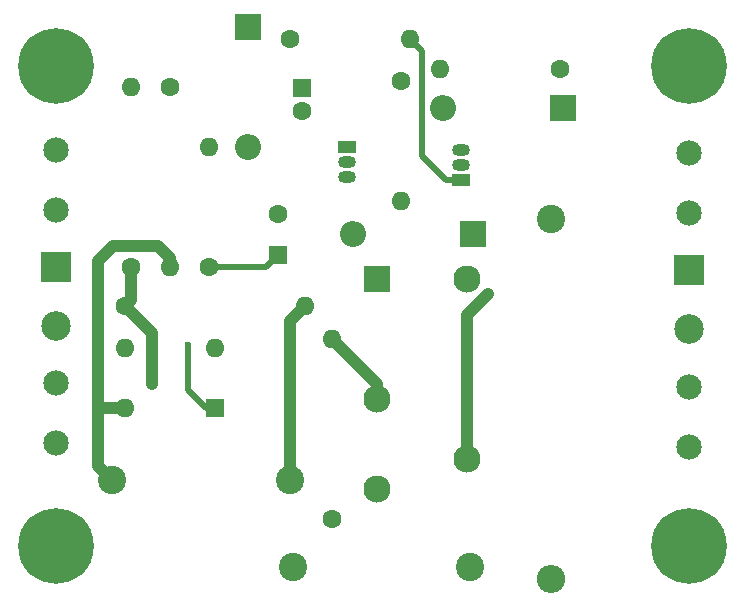
<source format=gbr>
G04 #@! TF.GenerationSoftware,KiCad,Pcbnew,(6.0.1-0)*
G04 #@! TF.CreationDate,2022-02-08T18:02:56+01:00*
G04 #@! TF.ProjectId,inrush-current-limiter-relais,696e7275-7368-42d6-9375-7272656e742d,rev?*
G04 #@! TF.SameCoordinates,Original*
G04 #@! TF.FileFunction,Copper,L1,Top*
G04 #@! TF.FilePolarity,Positive*
%FSLAX46Y46*%
G04 Gerber Fmt 4.6, Leading zero omitted, Abs format (unit mm)*
G04 Created by KiCad (PCBNEW (6.0.1-0)) date 2022-02-08 18:02:56*
%MOMM*%
%LPD*%
G01*
G04 APERTURE LIST*
G04 #@! TA.AperFunction,ComponentPad*
%ADD10R,2.200000X2.200000*%
G04 #@! TD*
G04 #@! TA.AperFunction,ComponentPad*
%ADD11O,2.200000X2.200000*%
G04 #@! TD*
G04 #@! TA.AperFunction,ComponentPad*
%ADD12C,1.600000*%
G04 #@! TD*
G04 #@! TA.AperFunction,ComponentPad*
%ADD13O,1.600000X1.600000*%
G04 #@! TD*
G04 #@! TA.AperFunction,ComponentPad*
%ADD14R,1.600000X1.600000*%
G04 #@! TD*
G04 #@! TA.AperFunction,ComponentPad*
%ADD15R,2.500000X2.500000*%
G04 #@! TD*
G04 #@! TA.AperFunction,ComponentPad*
%ADD16C,2.500000*%
G04 #@! TD*
G04 #@! TA.AperFunction,ComponentPad*
%ADD17C,2.145000*%
G04 #@! TD*
G04 #@! TA.AperFunction,ComponentPad*
%ADD18R,2.300000X2.300000*%
G04 #@! TD*
G04 #@! TA.AperFunction,ComponentPad*
%ADD19C,2.300000*%
G04 #@! TD*
G04 #@! TA.AperFunction,ComponentPad*
%ADD20C,0.800000*%
G04 #@! TD*
G04 #@! TA.AperFunction,ComponentPad*
%ADD21C,6.400000*%
G04 #@! TD*
G04 #@! TA.AperFunction,ComponentPad*
%ADD22R,1.500000X1.050000*%
G04 #@! TD*
G04 #@! TA.AperFunction,ComponentPad*
%ADD23O,1.500000X1.050000*%
G04 #@! TD*
G04 #@! TA.AperFunction,ComponentPad*
%ADD24C,2.400000*%
G04 #@! TD*
G04 #@! TA.AperFunction,ComponentPad*
%ADD25O,2.400000X2.400000*%
G04 #@! TD*
G04 #@! TA.AperFunction,ViaPad*
%ADD26C,0.600000*%
G04 #@! TD*
G04 #@! TA.AperFunction,ViaPad*
%ADD27C,1.000000*%
G04 #@! TD*
G04 #@! TA.AperFunction,Conductor*
%ADD28C,1.000000*%
G04 #@! TD*
G04 #@! TA.AperFunction,Conductor*
%ADD29C,0.500000*%
G04 #@! TD*
G04 APERTURE END LIST*
D10*
X120650000Y-75184000D03*
D11*
X110490000Y-75184000D03*
D12*
X91186000Y-81280000D03*
D13*
X106426000Y-81280000D03*
D14*
X106172000Y-62770000D03*
D12*
X106172000Y-64770000D03*
D15*
X85344000Y-77978000D03*
D16*
X85344000Y-82978000D03*
D17*
X138938000Y-93218000D03*
X138938000Y-88138000D03*
D18*
X112522000Y-78994000D03*
D19*
X112522000Y-89154000D03*
X112522000Y-96774000D03*
X120142000Y-94234000D03*
X120142000Y-78994000D03*
D17*
X85344000Y-87757000D03*
X85344000Y-92837000D03*
D12*
X114554000Y-62230000D03*
D13*
X114554000Y-72390000D03*
D17*
X138938000Y-68326000D03*
X138938000Y-73406000D03*
D20*
X85344000Y-63360000D03*
X82944000Y-60960000D03*
D21*
X85344000Y-60960000D03*
D20*
X83646944Y-62657056D03*
X85344000Y-58560000D03*
X87041056Y-62657056D03*
X87041056Y-59262944D03*
X83646944Y-59262944D03*
X87744000Y-60960000D03*
D22*
X119634000Y-70612000D03*
D23*
X119634000Y-69342000D03*
X119634000Y-68072000D03*
D22*
X109982000Y-67818000D03*
D23*
X109982000Y-69088000D03*
X109982000Y-70358000D03*
D12*
X105156000Y-58674000D03*
D13*
X115316000Y-58674000D03*
D15*
X138938000Y-78232000D03*
D16*
X138938000Y-83232000D03*
D20*
X137240944Y-59262944D03*
X138938000Y-63360000D03*
X141338000Y-60960000D03*
X136538000Y-60960000D03*
X137240944Y-62657056D03*
X140635056Y-62657056D03*
X138938000Y-58560000D03*
D21*
X138938000Y-60960000D03*
D20*
X140635056Y-59262944D03*
D14*
X104140000Y-76962000D03*
D12*
X104140000Y-73462000D03*
D14*
X98806000Y-89916000D03*
D13*
X98806000Y-84836000D03*
X91186000Y-84836000D03*
X91186000Y-89916000D03*
D12*
X98298000Y-77978000D03*
D13*
X98298000Y-67818000D03*
D24*
X105156000Y-96012000D03*
X90156000Y-96012000D03*
D12*
X128016000Y-61214000D03*
D13*
X117856000Y-61214000D03*
D12*
X94996000Y-62738000D03*
D13*
X94996000Y-77978000D03*
D10*
X128270000Y-64516000D03*
D11*
X118110000Y-64516000D03*
D17*
X85344000Y-73152000D03*
X85344000Y-68072000D03*
D24*
X120410000Y-103378000D03*
X105410000Y-103378000D03*
X127254000Y-73914000D03*
D25*
X127254000Y-104394000D03*
D12*
X108712000Y-99314000D03*
D13*
X108712000Y-84074000D03*
D12*
X91694000Y-77978000D03*
D13*
X91694000Y-62738000D03*
D20*
X141338000Y-101600000D03*
X136538000Y-101600000D03*
X137240944Y-99902944D03*
X137240944Y-103297056D03*
X140635056Y-99902944D03*
D21*
X138938000Y-101600000D03*
D20*
X140635056Y-103297056D03*
X138938000Y-99200000D03*
X138938000Y-104000000D03*
X83646944Y-103297056D03*
X87041056Y-103297056D03*
X87041056Y-99902944D03*
X85344000Y-99200000D03*
D21*
X85344000Y-101600000D03*
D20*
X85344000Y-104000000D03*
X87744000Y-101600000D03*
X82944000Y-101600000D03*
X83646944Y-99902944D03*
D10*
X101600000Y-57658000D03*
D11*
X101600000Y-67818000D03*
D26*
X96520000Y-84582000D03*
D27*
X93472000Y-87884000D03*
X121920000Y-80264000D03*
D28*
X105156000Y-82550000D02*
X106426000Y-81280000D01*
X105156000Y-96012000D02*
X105156000Y-82550000D01*
X90156000Y-96012000D02*
X88900000Y-94756000D01*
X88900000Y-89916000D02*
X88900000Y-77470000D01*
X94996000Y-77216000D02*
X94996000Y-77978000D01*
X88900000Y-94756000D02*
X88900000Y-89916000D01*
X90170000Y-76200000D02*
X93980000Y-76200000D01*
X93980000Y-76200000D02*
X94996000Y-77216000D01*
X88900000Y-77470000D02*
X90170000Y-76200000D01*
X91186000Y-89916000D02*
X88900000Y-89916000D01*
D29*
X98044000Y-89916000D02*
X98806000Y-89916000D01*
X98298000Y-77978000D02*
X103124000Y-77978000D01*
X103124000Y-77978000D02*
X104140000Y-76962000D01*
X96520000Y-84582000D02*
X96520000Y-88392000D01*
X96520000Y-88392000D02*
X98044000Y-89916000D01*
D28*
X91186000Y-81280000D02*
X93472000Y-83566000D01*
X91694000Y-80772000D02*
X91186000Y-81280000D01*
X91694000Y-77978000D02*
X91694000Y-80772000D01*
X93472000Y-83566000D02*
X93472000Y-87884000D01*
X112522000Y-87884000D02*
X108712000Y-84074000D01*
X112522000Y-89154000D02*
X112522000Y-87884000D01*
X120142000Y-82042000D02*
X121920000Y-80264000D01*
X120142000Y-94234000D02*
X120142000Y-82042000D01*
D29*
X116332000Y-68560000D02*
X118384000Y-70612000D01*
X116332000Y-59690000D02*
X116332000Y-68560000D01*
X118384000Y-70612000D02*
X119634000Y-70612000D01*
X115316000Y-58674000D02*
X116332000Y-59690000D01*
M02*

</source>
